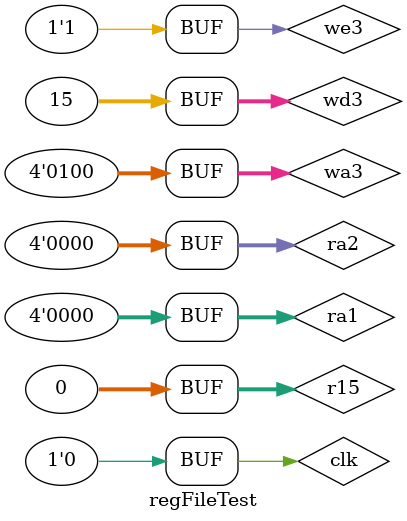
<source format=v>
`timescale 1ns / 1ps


module regFileTest;

	// Inputs
	reg clk;
	reg [3:0] ra1;
	reg [3:0] ra2;
	reg [3:0] wa3;
	reg we3;
	reg [31:0] wd3;
	reg [31:0] r15;

	// Outputs
	wire [31:0] rd1;
	wire [31:0] rd2;

	// Instantiate the Unit Under Test (UUT)
	registerFile uut (
		.clk(clk), 
		.ra1(ra1), 
		.ra2(ra2), 
		.wa3(wa3), 
		.we3(we3), 
		.wd3(wd3), 
		.r15(r15), 
		.rd1(rd1), 
		.rd2(rd2)
	);

	initial begin
		// Initialize Inputs
		clk = 0;
		ra1 = 0;
		ra2 = 0;
		wa3 = 4;
		we3 = 1;
		wd3 = 15;
		r15 = 0;
	end
	always
		begin 
			#20 clk<=1;
			#20 clk<=0;
		end
      
endmodule


</source>
